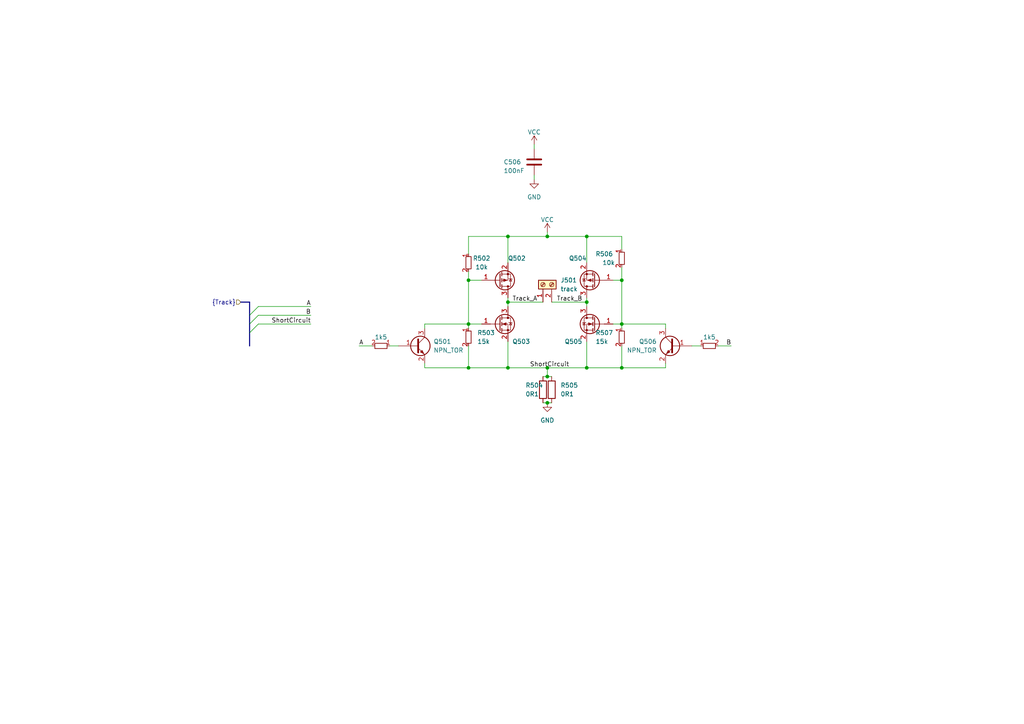
<source format=kicad_sch>
(kicad_sch (version 20230121) (generator eeschema)
  (paper "A4")
  (lib_symbols
    (symbol "Connector:Screw_Terminal_01x02" (pin_names (offset 1.016) hide)
      (property "Reference" "J" (at 0 2.54 0))
      (property "Value" "Screw_Terminal_01x02" (at 0 -5.08 0))
      (symbol "Screw_Terminal_01x02_1_1"
        (rectangle (start -1.27 1.27) (end 1.27 -3.81) (stroke (width 0.254)) (fill (type background)))
        (circle (center 0 -2.54) (radius 0.635) (stroke (width 0.1524)))
        (polyline (pts (xy -0.5334 -2.2098) (xy 0.3302 -3.048)) (stroke (width 0.1524)))
        (polyline (pts (xy -0.5334 0.3302) (xy 0.3302 -0.508)) (stroke (width 0.1524)))
        (polyline (pts (xy -0.3556 -2.032) (xy 0.508 -2.8702)) (stroke (width 0.1524)))
        (polyline (pts (xy -0.3556 0.508) (xy 0.508 -0.3302)) (stroke (width 0.1524)))
        (circle (center 0 0) (radius 0.635) (stroke (width 0.1524)))
        (pin passive line (at -5.08 0 0) (length 3.81) (name "Pin_1") (number "1"))
        (pin passive line (at -5.08 -2.54 0) (length 3.81) (name "Pin_2") (number "2"))
      )
    )
    (symbol "Device:C" (pin_numbers hide) (pin_names (offset 0.254))
      (property "Reference" "C" (at 0.635 2.54 0))
      (property "Value" "C" (at 0.635 -2.54 0))
      (symbol "C_0_1"
        (polyline (pts (xy -2.032 -0.762) (xy 2.032 -0.762)) (stroke (width 0.508)))
        (polyline (pts (xy -2.032 0.762) (xy 2.032 0.762)) (stroke (width 0.508)))
      )
      (symbol "C_1_1"
        (pin passive line (at 0 3.81 270) (length 2.794) (name "~") (number "1"))
        (pin passive line (at 0 -3.81 90) (length 2.794) (name "~") (number "2"))
      )
    )
    (symbol "Transistor_FET:AO3400A" (pin_names hide)
      (property "Reference" "Q" (at 5.08 1.905 0))
      (property "Value" "AO3400A" (at 5.08 0 0))
      (symbol "AO3400A_0_1"
        (polyline (pts (xy 0.254 0) (xy -2.54 0)))
        (polyline (pts (xy 0.254 1.905) (xy 0.254 -1.905)) (stroke (width 0.254)))
        (polyline (pts (xy 0.762 -1.27) (xy 0.762 -2.286)) (stroke (width 0.254)))
        (polyline (pts (xy 0.762 0.508) (xy 0.762 -0.508)) (stroke (width 0.254)))
        (polyline (pts (xy 0.762 2.286) (xy 0.762 1.27)) (stroke (width 0.254)))
        (polyline (pts (xy 2.54 2.54) (xy 2.54 1.778)))
        (polyline (pts (xy 2.54 -2.54) (xy 2.54 0) (xy 0.762 0)))
        (polyline (pts (xy 0.762 -1.778) (xy 3.302 -1.778) (xy 3.302 1.778) (xy 0.762 1.778)))
        (polyline (pts (xy 1.016 0) (xy 2.032 0.381) (xy 2.032 -0.381) (xy 1.016 0)) (fill (type outline)))
        (polyline (pts (xy 2.794 0.508) (xy 2.921 0.381) (xy 3.683 0.381) (xy 3.81 0.254)))
        (polyline (pts (xy 3.302 0.381) (xy 2.921 -0.254) (xy 3.683 -0.254) (xy 3.302 0.381)))
        (circle (center 1.651 0) (radius 2.794) (stroke (width 0.254)))
        (circle (center 2.54 -1.778) (radius 0.254) (fill (type outline)))
        (circle (center 2.54 1.778) (radius 0.254) (fill (type outline)))
      )
      (symbol "AO3400A_1_1"
        (pin input line (at -5.08 0 0) (length 2.54) (name "G") (number "1"))
        (pin passive line (at 2.54 -5.08 90) (length 2.54) (name "S") (number "2"))
        (pin passive line (at 2.54 5.08 270) (length 2.54) (name "D") (number "3"))
      )
    )
    (symbol "Transistor_FET:AO3401A" (pin_names hide)
      (property "Reference" "Q" (at 5.08 1.905 0))
      (property "Value" "AO3401A" (at 5.08 0 0))
      (symbol "AO3401A_0_1"
        (polyline (pts (xy 0.254 0) (xy -2.54 0)))
        (polyline (pts (xy 0.254 1.905) (xy 0.254 -1.905)) (stroke (width 0.254)))
        (polyline (pts (xy 0.762 -1.27) (xy 0.762 -2.286)) (stroke (width 0.254)))
        (polyline (pts (xy 0.762 0.508) (xy 0.762 -0.508)) (stroke (width 0.254)))
        (polyline (pts (xy 0.762 2.286) (xy 0.762 1.27)) (stroke (width 0.254)))
        (polyline (pts (xy 2.54 2.54) (xy 2.54 1.778)))
        (polyline (pts (xy 2.54 -2.54) (xy 2.54 0) (xy 0.762 0)))
        (polyline (pts (xy 0.762 1.778) (xy 3.302 1.778) (xy 3.302 -1.778) (xy 0.762 -1.778)))
        (polyline (pts (xy 2.286 0) (xy 1.27 0.381) (xy 1.27 -0.381) (xy 2.286 0)) (fill (type outline)))
        (polyline (pts (xy 2.794 -0.508) (xy 2.921 -0.381) (xy 3.683 -0.381) (xy 3.81 -0.254)))
        (polyline (pts (xy 3.302 -0.381) (xy 2.921 0.254) (xy 3.683 0.254) (xy 3.302 -0.381)))
        (circle (center 1.651 0) (radius 2.794) (stroke (width 0.254)))
        (circle (center 2.54 -1.778) (radius 0.254) (fill (type outline)))
        (circle (center 2.54 1.778) (radius 0.254) (fill (type outline)))
      )
      (symbol "AO3401A_1_1"
        (pin input line (at -5.08 0 0) (length 2.54) (name "G") (number "1"))
        (pin passive line (at 2.54 -5.08 90) (length 2.54) (name "S") (number "2"))
        (pin passive line (at 2.54 5.08 270) (length 2.54) (name "D") (number "3"))
      )
    )
    (symbol "custom_kicad_lib_sk:NPN_TOR" (pin_names (offset 0) hide)
      (property "Reference" "Q" (at 5.08 1.905 0))
      (property "Value" "NPN_TOR" (at 5.08 0 0))
      (symbol "NPN_TOR_0_1"
        (polyline (pts (xy 0.635 0.635) (xy 2.54 2.54)))
        (polyline (pts (xy 0.635 -0.635) (xy 2.54 -2.54) (xy 2.54 -2.54)))
        (polyline (pts (xy 0.635 1.905) (xy 0.635 -1.905) (xy 0.635 -1.905)) (stroke (width 0.508)))
        (polyline (pts (xy 1.27 -1.778) (xy 1.778 -1.27) (xy 2.286 -2.286) (xy 1.27 -1.778) (xy 1.27 -1.778)) (fill (type outline)))
        (circle (center 1.27 0) (radius 2.8194) (stroke (width 0.254)))
      )
      (symbol "NPN_TOR_1_1"
        (pin input line (at -5.08 0 0) (length 5.715) (name "B") (number "1"))
        (pin passive line (at 2.54 -5.08 90) (length 2.54) (name "E") (number "2"))
        (pin passive line (at 2.54 5.08 270) (length 2.54) (name "C") (number "3"))
      )
    )
    (symbol "power:GND" (power) (pin_names (offset 0))
      (property "Value" "GND" (at 0 -3.81 0))
      (symbol "GND_0_1"
        (polyline (pts (xy 0 0) (xy 0 -1.27) (xy 1.27 -1.27) (xy 0 -2.54) (xy -1.27 -1.27) (xy 0 -1.27)))
      )
      (symbol "GND_1_1"
        (pin power_in line (at 0 0 270) (length 0) hide (name "GND") (number "1"))
      )
    )
    (symbol "power:VCC" (power) (pin_names (offset 0))
      (property "Value" "VCC" (at 0 3.81 0))
      (symbol "VCC_0_1"
        (polyline (pts (xy -0.762 1.27) (xy 0 2.54)))
        (polyline (pts (xy 0 0) (xy 0 2.54)))
        (polyline (pts (xy 0 2.54) (xy 0.762 1.27)))
      )
      (symbol "VCC_1_1"
        (pin power_in line (at 0 0 90) (length 0) hide (name "VCC") (number "1"))
      )
    )
    (symbol "resistors_0603:R_10k_0603"
      (property "Reference" "R" (at 1.27 2.54 0))
      (property "Value" "10k" (at 2.54 -2.54 0))
      (symbol "R_10k_0603_0_1"
        (rectangle (start -0.762 1.778) (end 0.762 -1.778) (stroke (width 0.2032)))
      )
      (symbol "R_10k_0603_1_1"
        (pin passive line (at 0 2.54 270) (length 0.762) (name "~") (number "1"))
        (pin passive line (at 0 -2.54 90) (length 0.762) (name "~") (number "2"))
      )
    )
    (symbol "resistors_0603:R_15k_0603"
      (property "Reference" "R" (at 1.27 2.54 0))
      (property "Value" "15k" (at 2.54 -2.54 0))
      (symbol "R_15k_0603_0_1"
        (rectangle (start -0.762 1.778) (end 0.762 -1.778) (stroke (width 0.2032)))
      )
      (symbol "R_15k_0603_1_1"
        (pin passive line (at 0 2.54 270) (length 0.762) (name "~") (number "1"))
        (pin passive line (at 0 -2.54 90) (length 0.762) (name "~") (number "2"))
      )
    )
    (symbol "resistors_0603:R_1k5_0603"
      (property "Reference" "R" (at 1.27 2.54 0))
      (property "Value" "1k5" (at 2.54 -2.54 0))
      (symbol "R_1k5_0603_0_1"
        (rectangle (start -0.762 1.778) (end 0.762 -1.778) (stroke (width 0.2032)))
      )
      (symbol "R_1k5_0603_1_1"
        (pin passive line (at 0 2.54 270) (length 0.762) (name "~") (number "1"))
        (pin passive line (at 0 -2.54 90) (length 0.762) (name "~") (number "2"))
      )
    )
    (symbol "resistors_1206:R_0R1_1206" (pin_numbers hide) (pin_names (offset 0))
      (property "Reference" "R?" (at 1.778 1.2121 0))
      (property "Value" "0R1" (at 1.778 -1.2121 0))
      (symbol "R_0R1_1206_0_1"
        (rectangle (start -1.016 -2.54) (end 1.016 2.54) (stroke (width 0.254)))
      )
      (symbol "R_0R1_1206_1_1"
        (pin passive line (at 0 3.81 270) (length 1.27) (name "~") (number "1"))
        (pin passive line (at 0 -3.81 90) (length 1.27) (name "~") (number "2"))
      )
    )
  )
  (junction (at 180.34 81.28))
  (junction (at 147.32 68.58))
  (junction (at 158.75 106.68))
  (junction (at 170.18 106.68))
  (junction (at 158.75 109.22))
  (junction (at 135.89 81.28))
  (junction (at 135.89 106.68))
  (junction (at 170.18 68.58))
  (junction (at 158.75 68.58))
  (junction (at 180.34 106.68))
  (junction (at 135.89 93.98))
  (junction (at 180.34 93.98))
  (junction (at 147.32 87.63))
  (junction (at 158.75 116.84))
  (junction (at 170.18 87.63))
  (junction (at 147.32 106.68))
  (bus_entry (at 74.93 88.9) (size -2.54 2.54))
  (bus_entry (at 74.93 93.98) (size -2.54 2.54))
  (bus_entry (at 74.93 91.44) (size -2.54 2.54))
  (wire (pts (xy 154.94 41.91) (xy 154.94 43.18)))
  (wire (pts (xy 154.94 50.8) (xy 154.94 52.07)))
  (wire (pts (xy 135.89 81.28) (xy 135.89 93.98)))
  (wire (pts (xy 193.04 93.98) (xy 193.04 95.25)))
  (wire (pts (xy 158.75 106.68) (xy 170.18 106.68)))
  (wire (pts (xy 200.66 100.33) (xy 203.2 100.33)))
  (wire (pts (xy 74.93 88.9) (xy 90.17 88.9)))
  (bus (pts (xy 72.39 91.44) (xy 72.39 93.98)))
  (wire (pts (xy 135.89 106.68) (xy 147.32 106.68)))
  (wire (pts (xy 170.18 76.2) (xy 170.18 68.58)))
  (wire (pts (xy 170.18 99.06) (xy 170.18 106.68)))
  (wire (pts (xy 135.89 93.98) (xy 123.19 93.98)))
  (wire (pts (xy 74.93 91.44) (xy 90.17 91.44)))
  (wire (pts (xy 135.89 73.66) (xy 135.89 68.58)))
  (wire (pts (xy 157.48 109.22) (xy 158.75 109.22)))
  (wire (pts (xy 208.28 100.33) (xy 212.09 100.33)))
  (bus (pts (xy 72.39 87.63) (xy 72.39 91.44)))
  (wire (pts (xy 180.34 81.28) (xy 180.34 93.98)))
  (wire (pts (xy 139.7 93.98) (xy 135.89 93.98)))
  (wire (pts (xy 147.32 68.58) (xy 158.75 68.58)))
  (wire (pts (xy 170.18 86.36) (xy 170.18 87.63)))
  (wire (pts (xy 170.18 87.63) (xy 170.18 88.9)))
  (wire (pts (xy 160.02 87.63) (xy 170.18 87.63)))
  (wire (pts (xy 147.32 68.58) (xy 147.32 76.2)))
  (wire (pts (xy 147.32 87.63) (xy 147.32 88.9)))
  (wire (pts (xy 180.34 93.98) (xy 180.34 95.25)))
  (wire (pts (xy 135.89 106.68) (xy 123.19 106.68)))
  (wire (pts (xy 158.75 109.22) (xy 160.02 109.22)))
  (wire (pts (xy 135.89 95.25) (xy 135.89 93.98)))
  (wire (pts (xy 180.34 106.68) (xy 193.04 106.68)))
  (wire (pts (xy 135.89 100.33) (xy 135.89 106.68)))
  (bus (pts (xy 72.39 96.52) (xy 72.39 100.33)))
  (wire (pts (xy 135.89 81.28) (xy 139.7 81.28)))
  (wire (pts (xy 158.75 67.31) (xy 158.75 68.58)))
  (wire (pts (xy 180.34 81.28) (xy 177.8 81.28)))
  (wire (pts (xy 158.75 109.22) (xy 158.75 106.68)))
  (wire (pts (xy 123.19 93.98) (xy 123.19 95.25)))
  (wire (pts (xy 180.34 93.98) (xy 177.8 93.98)))
  (wire (pts (xy 180.34 72.39) (xy 180.34 68.58)))
  (wire (pts (xy 180.34 93.98) (xy 193.04 93.98)))
  (bus (pts (xy 72.39 93.98) (xy 72.39 96.52)))
  (wire (pts (xy 170.18 68.58) (xy 180.34 68.58)))
  (wire (pts (xy 180.34 77.47) (xy 180.34 81.28)))
  (wire (pts (xy 147.32 106.68) (xy 158.75 106.68)))
  (wire (pts (xy 135.89 81.28) (xy 135.89 78.74)))
  (wire (pts (xy 123.19 105.41) (xy 123.19 106.68)))
  (bus (pts (xy 69.85 87.63) (xy 72.39 87.63)))
  (wire (pts (xy 115.57 100.33) (xy 113.03 100.33)))
  (wire (pts (xy 147.32 87.63) (xy 157.48 87.63)))
  (wire (pts (xy 158.75 116.84) (xy 160.02 116.84)))
  (wire (pts (xy 157.48 116.84) (xy 158.75 116.84)))
  (wire (pts (xy 158.75 68.58) (xy 170.18 68.58)))
  (wire (pts (xy 107.95 100.33) (xy 104.14 100.33)))
  (wire (pts (xy 74.93 93.98) (xy 90.17 93.98)))
  (wire (pts (xy 147.32 106.68) (xy 147.32 99.06)))
  (wire (pts (xy 135.89 68.58) (xy 147.32 68.58)))
  (wire (pts (xy 170.18 106.68) (xy 180.34 106.68)))
  (wire (pts (xy 193.04 105.41) (xy 193.04 106.68)))
  (wire (pts (xy 180.34 100.33) (xy 180.34 106.68)))
  (wire (pts (xy 147.32 86.36) (xy 147.32 87.63)))
  (label "B" (at 90.17 91.44 180))
  (label "A" (at 104.14 100.33 0))
  (label "Track_B" (at 168.91 87.63 180))
  (label "Track_A" (at 148.59 87.63 0))
  (label "B" (at 212.09 100.33 180))
  (label "ShortCircuit" (at 153.67 106.68 0))
  (label "A" (at 90.17 88.9 180))
  (label "ShortCircuit" (at 90.17 93.98 180))
  (hierarchical_label "{Track}" (shape input) (at 69.85 87.63 180))
  (symbol (lib_id "Device:C") (at 154.94 46.99 180) (unit 1)
    (property "Reference" "C201" (at 146.05 46.9931 0) (effects (justify right)))
    (property "Value" "100nF" (at 146.05 49.53 0) (effects (justify right)))
    (property "Footprint" "Capacitor_SMD:C_0603_1608Metric_Pad1.08x0.95mm_HandSolder" (effects hide))
    (property "JLCPCB Part#" "C14663" (effects hide))
    (instances (project "central_bare_minimum" (path "" (reference "C506") (unit 1))) (project "booster_bare_minimum" (path "" (reference "C201") (unit 1))) (project "booster" (path "" (reference "C501") (unit 1))))
  )
  (symbol (lib_id "power:VCC") (at 158.75 67.31 0) (unit 1)
    (property "Reference" "#PWR0206" (effects hide))
    (property "Value" "VCC" (at 158.75 63.7342 0))
    (instances (project "central_bare_minimum" (path "" (reference "#PWR0503") (unit 1))) (project "booster_bare_minimum" (path "" (reference "#PWR0206") (unit 1))) (project "booster" (path "" (reference "#PWR0106") (unit 1))))
  )
  (symbol (lib_id "resistors_0603:R_15k_0603") (at 180.34 97.79 0) (unit 1)
    (property "Reference" "R207" (at 172.72 96.52 0) (effects (justify left)))
    (property "Value" "15k" (at 172.72 99.06 0) (effects (justify left)))
    (property "Footprint" "custom_kicad_lib_sk:R_0603_smalltext" (effects hide))
    (property "JLCPCB Part#" "C22809" (effects hide))
    (instances (project "central_bare_minimum" (path "" (reference "R507") (unit 1))) (project "booster_bare_minimum" (path "" (reference "R207") (unit 1))))
  )
  (symbol (lib_id "Transistor_FET:AO3400A") (at 172.72 93.98 0) (mirror y) (unit 1)
    (property "Reference" "Q204" (at 168.91 99.06 0) (effects (justify left)))
    (property "Value" "N-channel" (effects hide))
    (property "Footprint" "Package_TO_SOT_SMD:SOT-23" (effects hide))
    (property "Datasheet" "http://www.aosmd.com/pdfs/datasheet/AO3400A.pdf" (effects hide))
    (property "JLCPCB Part#" "C20917" (effects hide))
    (instances (project "central_bare_minimum" (path "" (reference "Q505") (unit 1))) (project "booster_bare_minimum" (path "" (reference "Q204") (unit 1))) (project "booster" (path "" (reference "Q404") (unit 1))))
  )
  (symbol (lib_id "power:GND") (at 154.94 52.07 0) (unit 1)
    (property "Reference" "#PWR0502" (effects hide))
    (property "Value" "GND" (at 154.94 57.15 0))
  )
  (symbol (lib_id "resistors_0603:R_10k_0603") (at 135.89 76.2 0) (unit 1)
    (property "Reference" "R203" (at 139.7 74.93 0))
    (property "Value" "10k" (at 139.7 77.47 0))
    (property "Footprint" "custom_kicad_lib_sk:R_0603_smalltext" (effects hide))
    (property "JLCPCB Part#" "C25804" (effects hide))
    (instances (project "central_bare_minimum" (path "" (reference "R502") (unit 1))) (project "booster_bare_minimum" (path "" (reference "R203") (unit 1))) (project "booster" (path "" (reference "R403") (unit 1))))
  )
  (symbol (lib_id "Connector:Screw_Terminal_01x02") (at 157.48 82.55 90) (unit 1)
    (property "Reference" "J501" (at 162.56 81.28 90) (effects (justify right)))
    (property "Value" "track" (at 162.56 83.82 90) (effects (justify right)))
    (property "Footprint" "Connector_Phoenix_MC:PhoenixContact_MC_1,5_2-G-3.5_1x02_P3.50mm_Horizontal" (effects hide))
  )
  (symbol (lib_id "Transistor_FET:AO3400A") (at 144.78 93.98 0) (unit 1)
    (property "Reference" "Q202" (at 148.59 99.06 0) (effects (justify left)))
    (property "Value" "N-channel" (effects hide))
    (property "Footprint" "Package_TO_SOT_SMD:SOT-23" (effects hide))
    (property "Datasheet" "http://www.aosmd.com/pdfs/datasheet/AO3400A.pdf" (effects hide))
    (property "JLCPCB Part#" "C20917" (effects hide))
    (instances (project "central_bare_minimum" (path "" (reference "Q503") (unit 1))) (project "booster_bare_minimum" (path "" (reference "Q202") (unit 1))) (project "booster" (path "" (reference "Q402") (unit 1))))
  )
  (symbol (lib_id "resistors_0603:R_10k_0603") (at 180.34 74.93 0) (unit 1)
    (property "Reference" "R206" (at 175.26 73.66 0))
    (property "Value" "10k" (at 176.53 76.2 0))
    (property "Footprint" "custom_kicad_lib_sk:R_0603_smalltext" (effects hide))
    (property "JLCPCB Part#" "C25804" (effects hide))
    (instances (project "central_bare_minimum" (path "" (reference "R506") (unit 1))) (project "booster_bare_minimum" (path "" (reference "R206") (unit 1))) (project "booster" (path "" (reference "R402") (unit 1))))
  )
  (symbol (lib_id "resistors_1206:R_0R1_1206") (at 157.48 113.03 0) (unit 1)
    (property "Reference" "R504" (at 152.4 111.76 0) (effects (justify left)))
    (property "Value" "0R1" (at 152.4 114.3 0) (effects (justify left)))
    (property "Footprint" "Resistor_SMD:R_1206_3216Metric" (effects hide))
    (property "JLCPCB Part#" "C25334" (effects hide))
  )
  (symbol (lib_id "resistors_0603:R_1k5_0603") (at 205.74 100.33 90) (unit 1)
    (property "Reference" "R508" (effects hide))
    (property "Value" "1k5" (at 205.74 97.79 90))
    (property "Footprint" "custom_kicad_lib_sk:R_0603_smalltext" (effects hide))
    (property "JLCPCB Part#" "C22843" (effects hide))
  )
  (symbol (lib_id "power:GND") (at 158.75 116.84 0) (unit 1)
    (property "Reference" "#PWR0504" (effects hide))
    (property "Value" "GND" (at 158.75 121.92 0))
  )
  (symbol (lib_id "power:VCC") (at 154.94 41.91 0) (unit 1)
    (property "Reference" "#PWR0203" (effects hide))
    (property "Value" "VCC" (at 154.94 38.3342 0))
    (instances (project "central_bare_minimum" (path "" (reference "#PWR0501") (unit 1))) (project "booster_bare_minimum" (path "" (reference "#PWR0203") (unit 1))) (project "booster" (path "" (reference "#PWR0107") (unit 1))))
  )
  (symbol (lib_id "resistors_0603:R_1k5_0603") (at 110.49 100.33 270) (mirror x) (unit 1)
    (property "Reference" "R501" (effects hide))
    (property "Value" "1k5" (at 110.49 97.79 90))
    (property "Footprint" "custom_kicad_lib_sk:R_0603_smalltext" (effects hide))
    (property "JLCPCB Part#" "C22843" (effects hide))
  )
  (symbol (lib_id "custom_kicad_lib_sk:NPN_TOR") (at 195.58 100.33 0) (mirror y) (unit 1)
    (property "Reference" "Q506" (at 190.5 99.06 0) (effects (justify left)))
    (property "Value" "NPN_TOR" (at 190.5 101.6 0) (effects (justify left)))
    (property "Footprint" "Package_TO_SOT_SMD:SOT-23" (effects hide))
    (property "JLCPCB Part#" "C2145" (effects hide))
  )
  (symbol (lib_id "Transistor_FET:AO3401A") (at 144.78 81.28 0) (mirror x) (unit 1)
    (property "Reference" "Q201" (at 147.32 74.93 0) (effects (justify left)))
    (property "Value" "P-channel" (effects hide))
    (property "Footprint" "Package_TO_SOT_SMD:SOT-23" (effects hide))
    (property "Datasheet" "http://www.aosmd.com/pdfs/datasheet/AO3401A.pdf" (effects hide))
    (property "JLCPCB Part#" "C15127" (effects hide))
    (instances (project "central_bare_minimum" (path "" (reference "Q502") (unit 1))) (project "booster_bare_minimum" (path "" (reference "Q201") (unit 1))) (project "booster" (path "" (reference "Q401") (unit 1))))
  )
  (symbol (lib_id "Transistor_FET:AO3401A") (at 172.72 81.28 180) (unit 1)
    (property "Reference" "Q203" (at 170.18 74.93 0) (effects (justify left)))
    (property "Value" "P-channel" (effects hide))
    (property "Footprint" "Package_TO_SOT_SMD:SOT-23" (effects hide))
    (property "Datasheet" "http://www.aosmd.com/pdfs/datasheet/AO3401A.pdf" (effects hide))
    (property "JLCPCB Part#" "C15127" (effects hide))
    (instances (project "central_bare_minimum" (path "" (reference "Q504") (unit 1))) (project "booster_bare_minimum" (path "" (reference "Q203") (unit 1))) (project "booster" (path "" (reference "Q403") (unit 1))))
  )
  (symbol (lib_id "resistors_0603:R_15k_0603") (at 135.89 97.79 0) (unit 1)
    (property "Reference" "R204" (at 138.43 96.52 0) (effects (justify left)))
    (property "Value" "15k" (at 138.43 99.06 0) (effects (justify left)))
    (property "Footprint" "custom_kicad_lib_sk:R_0603_smalltext" (effects hide))
    (property "JLCPCB Part#" "C22809" (effects hide))
    (instances (project "central_bare_minimum" (path "" (reference "R503") (unit 1))) (project "booster_bare_minimum" (path "" (reference "R204") (unit 1))))
  )
  (symbol (lib_id "resistors_1206:R_0R1_1206") (at 160.02 113.03 0) (unit 1)
    (property "Reference" "R505" (at 162.56 111.76 0) (effects (justify left)))
    (property "Value" "0R1" (at 162.56 114.3 0) (effects (justify left)))
    (property "Footprint" "Resistor_SMD:R_1206_3216Metric" (effects hide))
    (property "JLCPCB Part#" "C25334" (effects hide))
  )
  (symbol (lib_id "custom_kicad_lib_sk:NPN_TOR") (at 120.65 100.33 0) (unit 1)
    (property "Reference" "Q501" (at 125.73 99.06 0) (effects (justify left)))
    (property "Value" "NPN_TOR" (at 125.73 101.6 0) (effects (justify left)))
    (property "Footprint" "Package_TO_SOT_SMD:SOT-23" (effects hide))
    (property "JLCPCB Part#" "C2145" (effects hide))
  )
)
</source>
